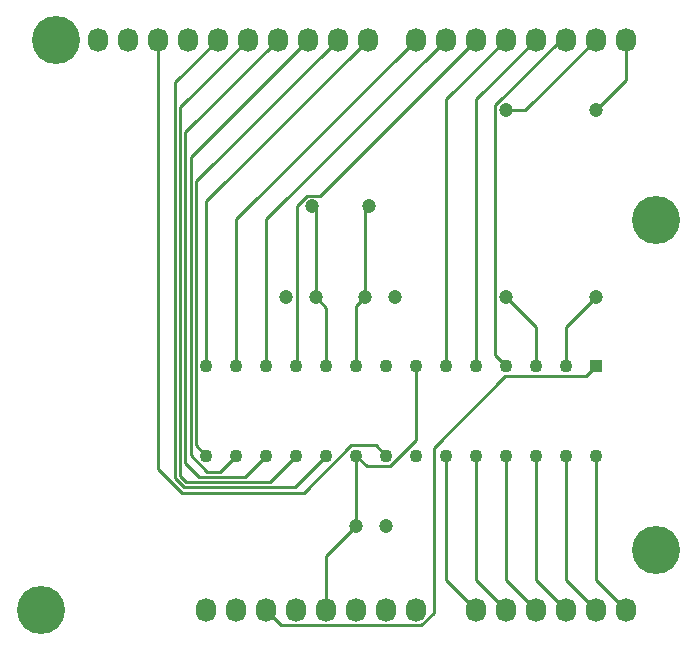
<source format=gbr>
%TF.GenerationSoftware,KiCad,Pcbnew,6.0.0-d3dd2cf0fa~116~ubuntu21.10.1*%
%TF.CreationDate,2022-01-02T17:21:35-05:00*%
%TF.ProjectId,ardustack-mcu,61726475-7374-4616-936b-2d6d63752e6b,rev?*%
%TF.SameCoordinates,Original*%
%TF.FileFunction,Copper,L1,Top*%
%TF.FilePolarity,Positive*%
%FSLAX46Y46*%
G04 Gerber Fmt 4.6, Leading zero omitted, Abs format (unit mm)*
G04 Created by KiCad (PCBNEW 6.0.0-d3dd2cf0fa~116~ubuntu21.10.1) date 2022-01-02 17:21:35*
%MOMM*%
%LPD*%
G01*
G04 APERTURE LIST*
%TA.AperFunction,ComponentPad*%
%ADD10O,1.727200X2.032000*%
%TD*%
%TA.AperFunction,ComponentPad*%
%ADD11C,4.064000*%
%TD*%
%TA.AperFunction,ComponentPad*%
%ADD12C,1.200000*%
%TD*%
%TA.AperFunction,ComponentPad*%
%ADD13R,1.100000X1.100000*%
%TD*%
%TA.AperFunction,ComponentPad*%
%ADD14C,1.100000*%
%TD*%
%TA.AperFunction,ComponentPad*%
%ADD15C,1.205000*%
%TD*%
%TA.AperFunction,Conductor*%
%ADD16C,0.250000*%
%TD*%
G04 APERTURE END LIST*
D10*
%TO.P,P1,1,Pin_1*%
%TO.N,unconnected-(P1-Pad1)*%
X138938000Y-123825000D03*
%TO.P,P1,2,Pin_2*%
%TO.N,/IOREF*%
X141478000Y-123825000D03*
%TO.P,P1,3,Pin_3*%
%TO.N,/Reset*%
X144018000Y-123825000D03*
%TO.P,P1,4,Pin_4*%
%TO.N,+3V3*%
X146558000Y-123825000D03*
%TO.P,P1,5,Pin_5*%
%TO.N,+5V*%
X149098000Y-123825000D03*
%TO.P,P1,6,Pin_6*%
%TO.N,GND*%
X151638000Y-123825000D03*
%TO.P,P1,7,Pin_7*%
X154178000Y-123825000D03*
%TO.P,P1,8,Pin_8*%
%TO.N,/Vin*%
X156718000Y-123825000D03*
%TD*%
%TO.P,P2,1,Pin_1*%
%TO.N,/A0*%
X161798000Y-123825000D03*
%TO.P,P2,2,Pin_2*%
%TO.N,/A1*%
X164338000Y-123825000D03*
%TO.P,P2,3,Pin_3*%
%TO.N,/A2*%
X166878000Y-123825000D03*
%TO.P,P2,4,Pin_4*%
%TO.N,/A3*%
X169418000Y-123825000D03*
%TO.P,P2,5,Pin_5*%
%TO.N,/A4(SDA)*%
X171958000Y-123825000D03*
%TO.P,P2,6,Pin_6*%
%TO.N,/A5(SCL)*%
X174498000Y-123825000D03*
%TD*%
%TO.P,P3,1,Pin_1*%
%TO.N,unconnected-(P3-Pad1)*%
X129794000Y-75565000D03*
%TO.P,P3,2,Pin_2*%
%TO.N,unconnected-(P3-Pad2)*%
X132334000Y-75565000D03*
%TO.P,P3,3,Pin_3*%
%TO.N,/AREF*%
X134874000Y-75565000D03*
%TO.P,P3,4,Pin_4*%
%TO.N,GND*%
X137414000Y-75565000D03*
%TO.P,P3,5,Pin_5*%
%TO.N,/13(SCK)*%
X139954000Y-75565000D03*
%TO.P,P3,6,Pin_6*%
%TO.N,/12(MISO)*%
X142494000Y-75565000D03*
%TO.P,P3,7,Pin_7*%
%TO.N,/11(\u002A\u002A{slash}MOSI)*%
X145034000Y-75565000D03*
%TO.P,P3,8,Pin_8*%
%TO.N,/10(\u002A\u002A{slash}SS)*%
X147574000Y-75565000D03*
%TO.P,P3,9,Pin_9*%
%TO.N,/9(\u002A\u002A)*%
X150114000Y-75565000D03*
%TO.P,P3,10,Pin_10*%
%TO.N,/8*%
X152654000Y-75565000D03*
%TD*%
%TO.P,P4,1,Pin_1*%
%TO.N,/7*%
X156718000Y-75565000D03*
%TO.P,P4,2,Pin_2*%
%TO.N,/6(\u002A\u002A)*%
X159258000Y-75565000D03*
%TO.P,P4,3,Pin_3*%
%TO.N,/5(\u002A\u002A)*%
X161798000Y-75565000D03*
%TO.P,P4,4,Pin_4*%
%TO.N,/4*%
X164338000Y-75565000D03*
%TO.P,P4,5,Pin_5*%
%TO.N,/3(\u002A\u002A)*%
X166878000Y-75565000D03*
%TO.P,P4,6,Pin_6*%
%TO.N,/2*%
X169418000Y-75565000D03*
%TO.P,P4,7,Pin_7*%
%TO.N,/1(Tx)*%
X171958000Y-75565000D03*
%TO.P,P4,8,Pin_8*%
%TO.N,/0(Rx)*%
X174498000Y-75565000D03*
%TD*%
D11*
%TO.P,P5,1,Pin_1*%
%TO.N,unconnected-(P5-Pad1)*%
X124968000Y-123825000D03*
%TD*%
%TO.P,P6,1,Pin_1*%
%TO.N,unconnected-(P6-Pad1)*%
X177038000Y-118745000D03*
%TD*%
%TO.P,P7,1,Pin_1*%
%TO.N,unconnected-(P7-Pad1)*%
X126238000Y-75565000D03*
%TD*%
%TO.P,P8,1,Pin_1*%
%TO.N,unconnected-(P8-Pad1)*%
X177038000Y-90805000D03*
%TD*%
D12*
%TO.P,R1,1*%
%TO.N,Net-(J1-Pad2)*%
X172010000Y-97400000D03*
%TO.P,R1,2*%
%TO.N,/0(Rx)*%
X172010000Y-81500000D03*
%TD*%
%TO.P,R2,1*%
%TO.N,Net-(J1-Pad3)*%
X164390000Y-97400000D03*
%TO.P,R2,2*%
%TO.N,/1(Tx)*%
X164390000Y-81500000D03*
%TD*%
D13*
%TO.P,J1,1,1*%
%TO.N,/Reset*%
X172010000Y-103190000D03*
D14*
%TO.P,J1,2,2*%
%TO.N,Net-(J1-Pad2)*%
X169470000Y-103190000D03*
%TO.P,J1,3,3*%
%TO.N,Net-(J1-Pad3)*%
X166930000Y-103190000D03*
%TO.P,J1,4,4*%
%TO.N,/2*%
X164390000Y-103190000D03*
%TO.P,J1,5,5*%
%TO.N,/3(\u002A\u002A)*%
X161850000Y-103190000D03*
%TO.P,J1,6,6*%
%TO.N,/4*%
X159310000Y-103190000D03*
%TO.P,J1,7,7*%
%TO.N,+5V*%
X156770000Y-103190000D03*
%TO.P,J1,8,8*%
%TO.N,GND*%
X154230000Y-103190000D03*
%TO.P,J1,9,9*%
%TO.N,/CLK1*%
X151690000Y-103190000D03*
%TO.P,J1,10,10*%
%TO.N,/CLK2*%
X149150000Y-103190000D03*
%TO.P,J1,11,11*%
%TO.N,/5(\u002A\u002A)*%
X146610000Y-103190000D03*
%TO.P,J1,12,12*%
%TO.N,/6(\u002A\u002A)*%
X144070000Y-103190000D03*
%TO.P,J1,13,13*%
%TO.N,/7*%
X141530000Y-103190000D03*
%TO.P,J1,14,14*%
%TO.N,/8*%
X138990000Y-103190000D03*
%TO.P,J1,15,15*%
%TO.N,/9(\u002A\u002A)*%
X138990000Y-110810000D03*
%TO.P,J1,16,16*%
%TO.N,/10(\u002A\u002A{slash}SS)*%
X141530000Y-110810000D03*
%TO.P,J1,17,17*%
%TO.N,/11(\u002A\u002A{slash}MOSI)*%
X144070000Y-110810000D03*
%TO.P,J1,18,18*%
%TO.N,/12(MISO)*%
X146610000Y-110810000D03*
%TO.P,J1,19,19*%
%TO.N,/13(SCK)*%
X149150000Y-110810000D03*
%TO.P,J1,20,20*%
%TO.N,+5V*%
X151690000Y-110810000D03*
%TO.P,J1,21,21*%
%TO.N,/AREF*%
X154230000Y-110810000D03*
%TO.P,J1,22,22*%
%TO.N,GND*%
X156770000Y-110810000D03*
%TO.P,J1,23,23*%
%TO.N,/A0*%
X159310000Y-110810000D03*
%TO.P,J1,24,24*%
%TO.N,/A1*%
X161850000Y-110810000D03*
%TO.P,J1,25,25*%
%TO.N,/A2*%
X164390000Y-110810000D03*
%TO.P,J1,26,26*%
%TO.N,/A3*%
X166930000Y-110810000D03*
%TO.P,J1,27,27*%
%TO.N,/A4(SDA)*%
X169470000Y-110810000D03*
%TO.P,J1,28,28*%
%TO.N,/A5(SCL)*%
X172010000Y-110810000D03*
%TD*%
D12*
%TO.P,C3,1*%
%TO.N,/CLK2*%
X148250000Y-97400000D03*
%TO.P,C3,2*%
%TO.N,GND*%
X145750000Y-97400000D03*
%TD*%
%TO.P,C2,1*%
%TO.N,/CLK1*%
X152450000Y-97400000D03*
%TO.P,C2,2*%
%TO.N,GND*%
X154950000Y-97400000D03*
%TD*%
D15*
%TO.P,Y1,1,X1*%
%TO.N,/CLK1*%
X152790000Y-89700000D03*
%TO.P,Y1,2,X2*%
%TO.N,/CLK2*%
X147910000Y-89700000D03*
%TD*%
D12*
%TO.P,C1,1*%
%TO.N,+5V*%
X151690000Y-116720000D03*
%TO.P,C1,2*%
%TO.N,GND*%
X154190000Y-116720000D03*
%TD*%
D16*
%TO.N,/Reset*%
X158242000Y-124133655D02*
X157210135Y-125165520D01*
X157210135Y-125165520D02*
X145358520Y-125165520D01*
X145358520Y-125165520D02*
X144018000Y-123825000D01*
X164286489Y-104064511D02*
X158242000Y-110109000D01*
X158242000Y-110109000D02*
X158242000Y-124133655D01*
X172010000Y-103190000D02*
X171135489Y-104064511D01*
X171135489Y-104064511D02*
X164286489Y-104064511D01*
%TO.N,+5V*%
X149098000Y-123825000D02*
X149098000Y-119312000D01*
X154592235Y-111684511D02*
X152564511Y-111684511D01*
X149098000Y-119312000D02*
X151690000Y-116720000D01*
X151690000Y-110810000D02*
X151690000Y-116720000D01*
X156770000Y-103190000D02*
X156770000Y-109506746D01*
X156770000Y-109506746D02*
X154592235Y-111684511D01*
X152564511Y-111684511D02*
X151690000Y-110810000D01*
%TO.N,/A0*%
X159310000Y-121337000D02*
X161798000Y-123825000D01*
X159310000Y-110810000D02*
X159310000Y-121337000D01*
%TO.N,/A1*%
X161850000Y-110810000D02*
X161850000Y-121337000D01*
X161850000Y-121337000D02*
X164338000Y-123825000D01*
%TO.N,/A2*%
X164390000Y-110810000D02*
X164390000Y-121337000D01*
X164390000Y-121337000D02*
X166878000Y-123825000D01*
%TO.N,/A3*%
X166930000Y-110810000D02*
X166930000Y-121337000D01*
X166930000Y-121337000D02*
X169418000Y-123825000D01*
%TO.N,/AREF*%
X147257666Y-113939080D02*
X151261257Y-109935489D01*
X134874000Y-75565000D02*
X134874000Y-111888434D01*
X134874000Y-111888434D02*
X136924646Y-113939080D01*
X153355489Y-109935489D02*
X154230000Y-110810000D01*
X151261257Y-109935489D02*
X153355489Y-109935489D01*
X136924646Y-113939080D02*
X147257666Y-113939080D01*
%TO.N,/A4(SDA)*%
X169470000Y-121337000D02*
X171958000Y-123825000D01*
X169470000Y-110810000D02*
X169470000Y-121337000D01*
%TO.N,/A5(SCL)*%
X172010000Y-121337000D02*
X174498000Y-123825000D01*
X172010000Y-110810000D02*
X172010000Y-121337000D01*
%TO.N,/9(\u002A\u002A)*%
X138115489Y-109935489D02*
X138990000Y-110810000D01*
X138115489Y-87563511D02*
X138115489Y-109935489D01*
X150114000Y-75565000D02*
X138115489Y-87563511D01*
%TO.N,/8*%
X138990000Y-89229000D02*
X138990000Y-103190000D01*
X152654000Y-75565000D02*
X138990000Y-89229000D01*
%TO.N,/7*%
X156718000Y-75565000D02*
X141530000Y-90753000D01*
X141530000Y-90753000D02*
X141530000Y-103190000D01*
%TO.N,/6(\u002A\u002A)*%
X159258000Y-75565000D02*
X144070000Y-90753000D01*
X144070000Y-90753000D02*
X144070000Y-103190000D01*
%TO.N,/5(\u002A\u002A)*%
X146674511Y-89624496D02*
X146674511Y-103125489D01*
X148590011Y-88772989D02*
X147526018Y-88772989D01*
X147526018Y-88772989D02*
X146674511Y-89624496D01*
X161798000Y-75565000D02*
X148590011Y-88772989D01*
X146674511Y-103125489D02*
X146610000Y-103190000D01*
%TO.N,/4*%
X159310000Y-80593000D02*
X159310000Y-103190000D01*
X164338000Y-75565000D02*
X159310000Y-80593000D01*
%TO.N,/3(\u002A\u002A)*%
X166878000Y-75565000D02*
X161850000Y-80593000D01*
X161850000Y-80593000D02*
X161850000Y-103190000D01*
%TO.N,/2*%
X169418000Y-75565000D02*
X169017543Y-75565000D01*
X169017543Y-75565000D02*
X163465489Y-81117054D01*
X163465489Y-81117054D02*
X163465489Y-102265489D01*
X163465489Y-102265489D02*
X164390000Y-103190000D01*
%TO.N,/1(Tx)*%
X166023000Y-81500000D02*
X171958000Y-75565000D01*
X164390000Y-81500000D02*
X166023000Y-81500000D01*
%TO.N,/0(Rx)*%
X174498000Y-79012000D02*
X174498000Y-75565000D01*
X172010000Y-81500000D02*
X174498000Y-79012000D01*
%TO.N,Net-(J1-Pad2)*%
X169470000Y-99940000D02*
X169470000Y-103190000D01*
X172010000Y-97400000D02*
X169470000Y-99940000D01*
%TO.N,Net-(J1-Pad3)*%
X164390000Y-97400000D02*
X166930000Y-99940000D01*
X166930000Y-99940000D02*
X166930000Y-103190000D01*
%TO.N,/CLK1*%
X152450000Y-97400000D02*
X151690000Y-98160000D01*
X152450000Y-97400000D02*
X152450000Y-90040000D01*
X151690000Y-98160000D02*
X151690000Y-103190000D01*
X152450000Y-90040000D02*
X152790000Y-89700000D01*
%TO.N,/CLK2*%
X148250000Y-97400000D02*
X148250000Y-90040000D01*
X148250000Y-97400000D02*
X149150000Y-98300000D01*
X148250000Y-90040000D02*
X147910000Y-89700000D01*
X149150000Y-98300000D02*
X149150000Y-103190000D01*
%TO.N,/13(SCK)*%
X137110843Y-113489560D02*
X146470440Y-113489560D01*
X136317409Y-112696127D02*
X137110843Y-113489560D01*
X136317409Y-79201591D02*
X136317409Y-112696127D01*
X146470440Y-113489560D02*
X149150000Y-110810000D01*
X139954000Y-75565000D02*
X136317409Y-79201591D01*
%TO.N,/10(\u002A\u002A{slash}SS)*%
X140199000Y-112141000D02*
X141530000Y-110810000D01*
X137665969Y-110722715D02*
X139084254Y-112141000D01*
X147574000Y-75565000D02*
X137665969Y-85473031D01*
X139084254Y-112141000D02*
X140199000Y-112141000D01*
X137665969Y-85473031D02*
X137665969Y-110722715D01*
%TO.N,/11(\u002A\u002A{slash}MOSI)*%
X137216449Y-111435449D02*
X138371520Y-112590520D01*
X145034000Y-75565000D02*
X137216449Y-83382551D01*
X142289480Y-112590520D02*
X144070000Y-110810000D01*
X138371520Y-112590520D02*
X142289480Y-112590520D01*
X137216449Y-83382551D02*
X137216449Y-111435449D01*
%TO.N,/12(MISO)*%
X136766929Y-81292071D02*
X136766929Y-112509929D01*
X136766929Y-112509929D02*
X137297040Y-113040040D01*
X137297040Y-113040040D02*
X144379960Y-113040040D01*
X144379960Y-113040040D02*
X146610000Y-110810000D01*
X142494000Y-75565000D02*
X136766929Y-81292071D01*
%TD*%
M02*

</source>
